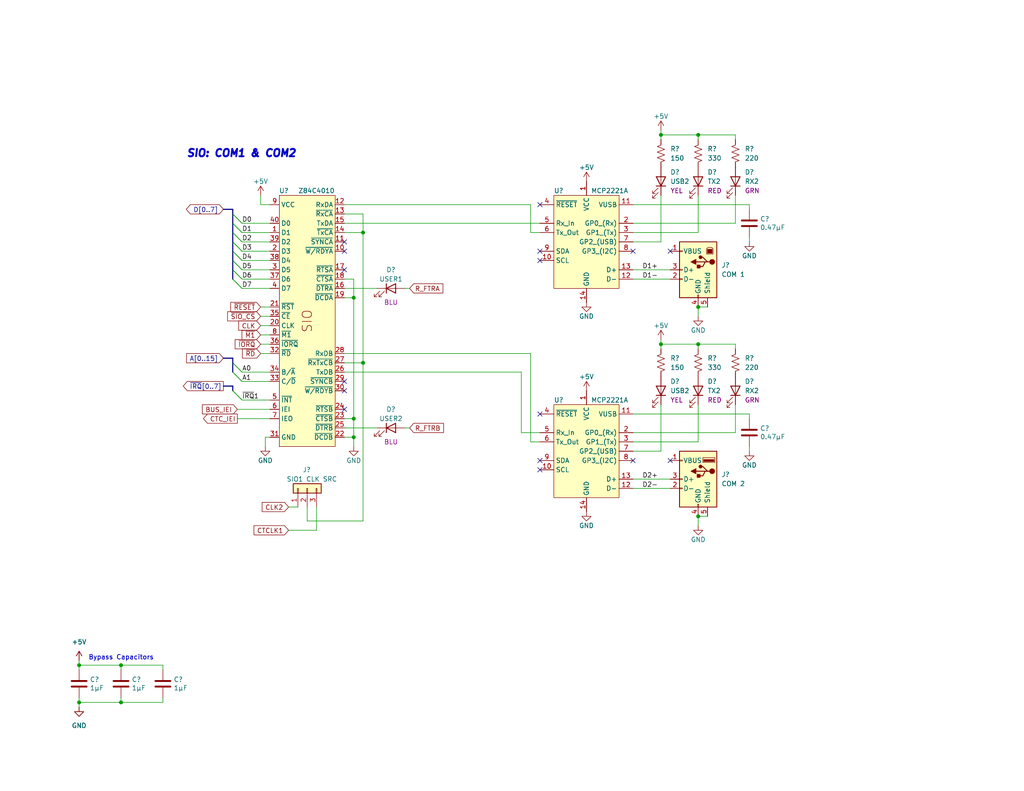
<source format=kicad_sch>
(kicad_sch (version 20230121) (generator eeschema)
  (paper "USLetter")
  (title_block (title "Main board with basic peripherals") (date "2023-08-31") (rev "2.1") (company "Frédéric Segard") (comment 1 "@microhobbyist") (comment 4 "Thank you to John Winans for his inspiration, as well as Grant Searle and Sergey Kiselev"))
  (lib_symbols
    (symbol "+5V_1" (power) (pin_names (offset 0))
      (property "Value" "+5V_1" (at 0 3.556 0))
      (symbol "+5V_1_0_1"
        (polyline (pts (xy -0.762 1.27) (xy 0 2.54)))
        (polyline (pts (xy 0 0) (xy 0 2.54)))
        (polyline (pts (xy 0 2.54) (xy 0.762 1.27)))
      )
      (symbol "+5V_1_1_1"
        (pin power_in line (at 0 0 90) (length 0) hide (name "+5V") (number "1"))
      )
    )
    (symbol "0_Library:MCP2221A"
      (property "Reference" "U" (at -10.16 1.27 0))
      (property "Value" "MCP2221A" (at 1.27 1.27 0))
      (symbol "MCP2221A_0_1"
        (rectangle (start -8.89 0) (end 8.89 -25.4) (stroke (width 0.1524)) (fill (type background)))
      )
      (symbol "MCP2221A_1_1"
        (pin power_in line (at 0 3.81 270) (length 3.81) (name "VCC") (number "1"))
        (pin bidirectional line (at -12.7 -17.78 0) (length 3.81) (name "SCL") (number "10"))
        (pin power_out line (at 12.7 -2.54 180) (length 3.81) (name "VUSB") (number "11"))
        (pin bidirectional line (at 12.7 -22.86 180) (length 3.81) (name "D-") (number "12"))
        (pin bidirectional line (at 12.7 -20.32 180) (length 3.81) (name "D+") (number "13"))
        (pin power_in line (at 0 -29.21 90) (length 3.81) (name "GND") (number "14"))
        (pin bidirectional line (at 12.7 -7.62 180) (length 3.81) (name "GP0_(Rx)") (number "2"))
        (pin bidirectional line (at 12.7 -10.16 180) (length 3.81) (name "GP1_(Tx)") (number "3"))
        (pin input line (at -12.7 -2.54 0) (length 3.81) (name "~{RESET}") (number "4"))
        (pin input line (at -12.7 -7.62 0) (length 3.81) (name "Rx_In") (number "5"))
        (pin output line (at -12.7 -10.16 0) (length 3.81) (name "Tx_Out") (number "6"))
        (pin bidirectional line (at 12.7 -12.7 180) (length 3.81) (name "GP2_(USB)") (number "7"))
        (pin bidirectional line (at 12.7 -15.24 180) (length 3.81) (name "GP3_(I2C)") (number "8"))
        (pin bidirectional line (at -12.7 -15.24 0) (length 3.81) (name "SDA") (number "9"))
      )
    )
    (symbol "0_Library:Z84C40xx SIO"
      (property "Reference" "U" (at -7.62 1.27 0))
      (property "Value" "Z84C40xx SIO" (at 1.27 1.27 0))
      (symbol "Z84C40xx SIO_0_0"
        (text "SIO" (at 0 -34.29 900) (effects (font (size 2.54 2.54))))
      )
      (symbol "Z84C40xx SIO_0_1"
        (rectangle (start -7.62 0) (end 7.62 -68.58) (stroke (width 0.1524)) (fill (type background)))
      )
      (symbol "Z84C40xx SIO_1_1"
        (pin bidirectional line (at -10.16 -10.16 0) (length 2.54) (name "D1") (number "1"))
        (pin output line (at 10.16 -15.24 180) (length 2.54) (name "~{W/RDYA}") (number "10"))
        (pin bidirectional line (at 10.16 -12.7 180) (length 2.54) (name "~{SYNCA}") (number "11"))
        (pin input line (at 10.16 -2.54 180) (length 2.54) (name "RxDA") (number "12"))
        (pin input line (at 10.16 -5.08 180) (length 2.54) (name "~{RxCA}") (number "13"))
        (pin input line (at 10.16 -10.16 180) (length 2.54) (name "~{TxCA}") (number "14"))
        (pin output line (at 10.16 -7.62 180) (length 2.54) (name "TxDA") (number "15"))
        (pin output line (at 10.16 -25.4 180) (length 2.54) (name "~{DTRA}") (number "16"))
        (pin output line (at 10.16 -20.32 180) (length 2.54) (name "~{RTSA}") (number "17"))
        (pin input line (at 10.16 -22.86 180) (length 2.54) (name "~{CTSA}") (number "18"))
        (pin input line (at 10.16 -27.94 180) (length 2.54) (name "~{DCDA}") (number "19"))
        (pin bidirectional line (at -10.16 -15.24 0) (length 2.54) (name "D3") (number "2"))
        (pin input line (at -10.16 -35.56 0) (length 2.54) (name "CLK") (number "20"))
        (pin input line (at -10.16 -30.48 0) (length 2.54) (name "~{RST}") (number "21"))
        (pin input line (at 10.16 -66.04 180) (length 2.54) (name "~{DCDB}") (number "22"))
        (pin input line (at 10.16 -60.96 180) (length 2.54) (name "~{CTSB}") (number "23"))
        (pin output line (at 10.16 -58.42 180) (length 2.54) (name "~{RTSB}") (number "24"))
        (pin output line (at 10.16 -63.5 180) (length 2.54) (name "~{DTRB}") (number "25"))
        (pin output line (at 10.16 -48.26 180) (length 2.54) (name "TxDB") (number "26"))
        (pin input line (at 10.16 -45.72 180) (length 2.54) (name "~{RxTxCB}") (number "27"))
        (pin input line (at 10.16 -43.18 180) (length 2.54) (name "RxDB") (number "28"))
        (pin bidirectional line (at 10.16 -50.8 180) (length 2.54) (name "~{SYNCB}") (number "29"))
        (pin bidirectional line (at -10.16 -20.32 0) (length 2.54) (name "D5") (number "3"))
        (pin output line (at 10.16 -53.34 180) (length 2.54) (name "~{W/RDYB}") (number "30"))
        (pin power_in line (at -10.16 -66.04 0) (length 2.54) (name "GND") (number "31"))
        (pin input line (at -10.16 -43.18 0) (length 2.54) (name "~{RD}") (number "32"))
        (pin input line (at -10.16 -50.8 0) (length 2.54) (name "C/~{D}") (number "33"))
        (pin input line (at -10.16 -48.26 0) (length 2.54) (name "B/~{A}") (number "34"))
        (pin input line (at -10.16 -33.02 0) (length 2.54) (name "~{CE}") (number "35"))
        (pin input line (at -10.16 -40.64 0) (length 2.54) (name "~{IORQ}") (number "36"))
        (pin bidirectional line (at -10.16 -22.86 0) (length 2.54) (name "D6") (number "37"))
        (pin bidirectional line (at -10.16 -17.78 0) (length 2.54) (name "D4") (number "38"))
        (pin bidirectional line (at -10.16 -12.7 0) (length 2.54) (name "D2") (number "39"))
        (pin bidirectional line (at -10.16 -25.4 0) (length 2.54) (name "D7") (number "4"))
        (pin bidirectional line (at -10.16 -7.62 0) (length 2.54) (name "D0") (number "40"))
        (pin open_collector line (at -10.16 -55.88 0) (length 2.54) (name "~{INT}") (number "5"))
        (pin input line (at -10.16 -58.42 0) (length 2.54) (name "IEI") (number "6"))
        (pin output line (at -10.16 -60.96 0) (length 2.54) (name "IEO") (number "7"))
        (pin input line (at -10.16 -38.1 0) (length 2.54) (name "~{M1}") (number "8"))
        (pin power_in line (at -10.16 -2.54 0) (length 2.54) (name "VCC") (number "9"))
      )
    )
    (symbol "Connector:USB_A" (pin_names (offset 1.016))
      (property "Reference" "J" (at -5.08 11.43 0))
      (property "Value" "USB_A" (at -5.08 8.89 0))
      (symbol "USB_A_0_1"
        (rectangle (start -5.08 -7.62) (end 5.08 7.62) (stroke (width 0.254)) (fill (type background)))
        (circle (center -3.81 2.159) (radius 0.635) (stroke (width 0.254)) (fill (type outline)))
        (rectangle (start -1.524 4.826) (end -4.318 5.334) (fill (type outline)))
        (rectangle (start -1.27 4.572) (end -4.572 5.842))
        (circle (center -0.635 3.429) (radius 0.381) (stroke (width 0.254)) (fill (type outline)))
        (rectangle (start -0.127 -7.62) (end 0.127 -6.858))
        (polyline (pts (xy -3.175 2.159) (xy -2.54 2.159) (xy -1.27 3.429) (xy -0.635 3.429)) (stroke (width 0.254)))
        (polyline (pts (xy -2.54 2.159) (xy -1.905 2.159) (xy -1.27 0.889) (xy 0 0.889)) (stroke (width 0.254)))
        (polyline (pts (xy 0.635 2.794) (xy 0.635 1.524) (xy 1.905 2.159) (xy 0.635 2.794)) (stroke (width 0.254)) (fill (type outline)))
        (rectangle (start 0.254 1.27) (end -0.508 0.508) (stroke (width 0.254)) (fill (type outline)))
        (rectangle (start 5.08 -2.667) (end 4.318 -2.413))
        (rectangle (start 5.08 -0.127) (end 4.318 0.127))
        (rectangle (start 5.08 4.953) (end 4.318 5.207))
      )
      (symbol "USB_A_1_1"
        (polyline (pts (xy -1.905 2.159) (xy 0.635 2.159)) (stroke (width 0.254)))
        (pin power_in line (at 7.62 5.08 180) (length 2.54) (name "VBUS") (number "1"))
        (pin bidirectional line (at 7.62 -2.54 180) (length 2.54) (name "D-") (number "2"))
        (pin bidirectional line (at 7.62 0 180) (length 2.54) (name "D+") (number "3"))
        (pin power_in line (at 0 -10.16 90) (length 2.54) (name "GND") (number "4"))
        (pin passive line (at -2.54 -10.16 90) (length 2.54) (name "Shield") (number "5"))
      )
    )
    (symbol "Connector:USB_B" (pin_names (offset 1.016))
      (property "Reference" "J" (at -5.08 11.43 0))
      (property "Value" "USB_B" (at -5.08 8.89 0))
      (symbol "USB_B_0_1"
        (rectangle (start -5.08 -7.62) (end 5.08 7.62) (stroke (width 0.254)) (fill (type background)))
        (circle (center -3.81 2.159) (radius 0.635) (stroke (width 0.254)) (fill (type outline)))
        (rectangle (start -3.81 5.588) (end -2.54 4.572) (fill (type outline)))
        (circle (center -0.635 3.429) (radius 0.381) (stroke (width 0.254)) (fill (type outline)))
        (rectangle (start -0.127 -7.62) (end 0.127 -6.858))
        (polyline (pts (xy -1.905 2.159) (xy 0.635 2.159)) (stroke (width 0.254)))
        (polyline (pts (xy -3.175 2.159) (xy -2.54 2.159) (xy -1.27 3.429) (xy -0.635 3.429)) (stroke (width 0.254)))
        (polyline (pts (xy -2.54 2.159) (xy -1.905 2.159) (xy -1.27 0.889) (xy 0 0.889)) (stroke (width 0.254)))
        (polyline (pts (xy 0.635 2.794) (xy 0.635 1.524) (xy 1.905 2.159) (xy 0.635 2.794)) (stroke (width 0.254)) (fill (type outline)))
        (polyline (pts (xy -4.064 4.318) (xy -2.286 4.318) (xy -2.286 5.715) (xy -2.667 6.096) (xy -3.683 6.096) (xy -4.064 5.715) (xy -4.064 4.318)))
        (rectangle (start 0.254 1.27) (end -0.508 0.508) (stroke (width 0.254)) (fill (type outline)))
        (rectangle (start 5.08 -2.667) (end 4.318 -2.413))
        (rectangle (start 5.08 -0.127) (end 4.318 0.127))
        (rectangle (start 5.08 4.953) (end 4.318 5.207))
      )
      (symbol "USB_B_1_1"
        (pin power_out line (at 7.62 5.08 180) (length 2.54) (name "VBUS") (number "1"))
        (pin bidirectional line (at 7.62 -2.54 180) (length 2.54) (name "D-") (number "2"))
        (pin bidirectional line (at 7.62 0 180) (length 2.54) (name "D+") (number "3"))
        (pin power_out line (at 0 -10.16 90) (length 2.54) (name "GND") (number "4"))
        (pin passive line (at -2.54 -10.16 90) (length 2.54) (name "Shield") (number "5"))
      )
    )
    (symbol "Connector_Generic:Conn_01x03" (pin_names (offset 1.016) hide)
      (property "Reference" "J" (at 0 5.08 0))
      (property "Value" "Conn_01x03" (at 0 -5.08 0))
      (symbol "Conn_01x03_1_1"
        (rectangle (start -1.27 -2.413) (end 0 -2.667) (stroke (width 0.1524)))
        (rectangle (start -1.27 0.127) (end 0 -0.127) (stroke (width 0.1524)))
        (rectangle (start -1.27 2.667) (end 0 2.413) (stroke (width 0.1524)))
        (rectangle (start -1.27 3.81) (end 1.27 -3.81) (stroke (width 0.254)) (fill (type background)))
        (pin passive line (at -5.08 2.54 0) (length 3.81) (name "Pin_1") (number "1"))
        (pin passive line (at -5.08 0 0) (length 3.81) (name "Pin_2") (number "2"))
        (pin passive line (at -5.08 -2.54 0) (length 3.81) (name "Pin_3") (number "3"))
      )
    )
    (symbol "Device:C" (pin_numbers hide) (pin_names (offset 0.254))
      (property "Reference" "C" (at 0.635 2.54 0))
      (property "Value" "C" (at 0.635 -2.54 0))
      (symbol "C_0_1"
        (polyline (pts (xy -2.032 -0.762) (xy 2.032 -0.762)) (stroke (width 0.508)))
        (polyline (pts (xy -2.032 0.762) (xy 2.032 0.762)) (stroke (width 0.508)))
      )
      (symbol "C_1_1"
        (pin passive line (at 0 3.81 270) (length 2.794) (name "~") (number "1"))
        (pin passive line (at 0 -3.81 90) (length 2.794) (name "~") (number "2"))
      )
    )
    (symbol "Device:LED" (pin_numbers hide) (pin_names (offset 1.016) hide)
      (property "Reference" "D" (at 0 2.54 0))
      (property "Value" "LED" (at 0 -2.54 0))
      (symbol "LED_0_1"
        (polyline (pts (xy -1.27 -1.27) (xy -1.27 1.27)) (stroke (width 0.254)))
        (polyline (pts (xy -1.27 0) (xy 1.27 0)))
        (polyline (pts (xy 1.27 -1.27) (xy 1.27 1.27) (xy -1.27 0) (xy 1.27 -1.27)) (stroke (width 0.254)))
        (polyline (pts (xy -3.048 -0.762) (xy -4.572 -2.286) (xy -3.81 -2.286) (xy -4.572 -2.286) (xy -4.572 -1.524)))
        (polyline (pts (xy -1.778 -0.762) (xy -3.302 -2.286) (xy -2.54 -2.286) (xy -3.302 -2.286) (xy -3.302 -1.524)))
      )
      (symbol "LED_1_1"
        (pin passive line (at -3.81 0 0) (length 2.54) (name "K") (number "1"))
        (pin passive line (at 3.81 0 180) (length 2.54) (name "A") (number "2"))
      )
    )
    (symbol "Device:R_US" (pin_numbers hide) (pin_names (offset 0))
      (property "Reference" "R" (at 2.54 0 90))
      (property "Value" "R_US" (at -2.54 0 90))
      (symbol "R_US_0_1"
        (polyline (pts (xy 0 -2.286) (xy 0 -2.54)))
        (polyline (pts (xy 0 2.286) (xy 0 2.54)))
        (polyline (pts (xy 0 -0.762) (xy 1.016 -1.143) (xy 0 -1.524) (xy -1.016 -1.905) (xy 0 -2.286)))
        (polyline (pts (xy 0 0.762) (xy 1.016 0.381) (xy 0 0) (xy -1.016 -0.381) (xy 0 -0.762)))
        (polyline (pts (xy 0 2.286) (xy 1.016 1.905) (xy 0 1.524) (xy -1.016 1.143) (xy 0 0.762)))
      )
      (symbol "R_US_1_1"
        (pin passive line (at 0 3.81 270) (length 1.27) (name "~") (number "1"))
        (pin passive line (at 0 -3.81 90) (length 1.27) (name "~") (number "2"))
      )
    )
    (symbol "GND_1" (power) (pin_names (offset 0))
      (property "Value" "GND_1" (at 0 -3.81 0))
      (symbol "GND_1_0_1"
        (polyline (pts (xy 0 0) (xy 0 -1.27) (xy 1.27 -1.27) (xy 0 -2.54) (xy -1.27 -1.27) (xy 0 -1.27)))
      )
      (symbol "GND_1_1_1"
        (pin power_in line (at 0 0 270) (length 0) hide (name "GND") (number "1"))
      )
    )
  )
  (junction (at 180.34 36.83))
  (junction (at 96.52 114.3))
  (junction (at 21.59 191.77))
  (junction (at 99.06 99.06))
  (junction (at 190.5 140.97))
  (junction (at 21.59 181.61))
  (junction (at 190.5 93.98))
  (junction (at 190.5 83.82))
  (junction (at 180.34 93.98))
  (junction (at 190.5 36.83))
  (junction (at 96.52 81.28))
  (junction (at 33.02 191.77))
  (junction (at 99.06 63.5))
  (junction (at 96.52 119.38))
  (junction (at 33.02 181.61))
  (no_connect (at 147.32 68.58))
  (no_connect (at 147.32 125.73))
  (no_connect (at 93.98 111.76))
  (no_connect (at 93.98 66.04))
  (no_connect (at 93.98 73.66))
  (no_connect (at 172.72 125.73))
  (no_connect (at 93.98 106.68))
  (no_connect (at 93.98 104.14))
  (no_connect (at 172.72 68.58))
  (no_connect (at 147.32 128.27))
  (no_connect (at 147.32 71.12))
  (no_connect (at 182.88 125.73))
  (no_connect (at 147.32 113.03))
  (no_connect (at 182.88 68.58))
  (no_connect (at 93.98 68.58))
  (no_connect (at 147.32 55.88))
  (bus_entry (at 63.5 76.2) (size 2.54 2.54))
  (bus_entry (at 63.5 76.2) (size 2.54 2.54))
  (bus_entry (at 63.5 68.58) (size 2.54 2.54))
  (bus_entry (at 63.5 68.58) (size 2.54 2.54))
  (bus_entry (at 63.5 63.5) (size 2.54 2.54))
  (bus_entry (at 63.5 63.5) (size 2.54 2.54))
  (bus_entry (at 63.5 66.04) (size 2.54 2.54))
  (bus_entry (at 63.5 66.04) (size 2.54 2.54))
  (bus_entry (at 63.5 58.42) (size 2.54 2.54))
  (bus_entry (at 63.5 58.42) (size 2.54 2.54))
  (bus_entry (at 63.5 73.66) (size 2.54 2.54))
  (bus_entry (at 63.5 73.66) (size 2.54 2.54))
  (bus_entry (at 63.5 106.68) (size 2.54 2.54))
  (bus_entry (at 63.5 106.68) (size 2.54 2.54))
  (bus_entry (at 63.5 99.06) (size 2.54 2.54))
  (bus_entry (at 63.5 99.06) (size 2.54 2.54))
  (bus_entry (at 63.5 101.6) (size 2.54 2.54))
  (bus_entry (at 63.5 101.6) (size 2.54 2.54))
  (bus_entry (at 63.5 60.96) (size 2.54 2.54))
  (bus_entry (at 63.5 60.96) (size 2.54 2.54))
  (bus_entry (at 63.5 71.12) (size 2.54 2.54))
  (bus_entry (at 63.5 71.12) (size 2.54 2.54))
  (wire (pts (xy 204.47 57.15) (xy 204.47 55.88)))
  (wire (pts (xy 200.66 95.25) (xy 200.66 93.98)))
  (wire (pts (xy 204.47 114.3) (xy 204.47 113.03)))
  (wire (pts (xy 66.04 104.14) (xy 73.66 104.14)))
  (wire (pts (xy 71.12 86.36) (xy 73.66 86.36)))
  (wire (pts (xy 83.82 142.24) (xy 99.06 142.24)))
  (wire (pts (xy 64.77 114.3) (xy 73.66 114.3)))
  (wire (pts (xy 172.72 123.19) (xy 180.34 123.19)))
  (wire (pts (xy 96.52 76.2) (xy 96.52 81.28)))
  (wire (pts (xy 99.06 58.42) (xy 99.06 63.5)))
  (wire (pts (xy 93.98 76.2) (xy 96.52 76.2)))
  (wire (pts (xy 66.04 71.12) (xy 73.66 71.12)))
  (wire (pts (xy 200.66 60.96) (xy 172.72 60.96)))
  (wire (pts (xy 21.59 181.61) (xy 21.59 182.88)))
  (wire (pts (xy 200.66 93.98) (xy 190.5 93.98)))
  (wire (pts (xy 147.32 120.65) (xy 144.78 120.65)))
  (wire (pts (xy 190.5 83.82) (xy 190.5 86.36)))
  (wire (pts (xy 44.45 182.88) (xy 44.45 181.61)))
  (wire (pts (xy 78.74 144.78) (xy 86.36 144.78)))
  (wire (pts (xy 33.02 190.5) (xy 33.02 191.77)))
  (wire (pts (xy 93.98 114.3) (xy 96.52 114.3)))
  (wire (pts (xy 99.06 142.24) (xy 99.06 99.06)))
  (wire (pts (xy 200.66 118.11) (xy 172.72 118.11)))
  (wire (pts (xy 72.39 119.38) (xy 72.39 121.92)))
  (wire (pts (xy 204.47 113.03) (xy 172.72 113.03)))
  (wire (pts (xy 200.66 38.1) (xy 200.66 36.83)))
  (wire (pts (xy 44.45 190.5) (xy 44.45 191.77)))
  (wire (pts (xy 190.5 93.98) (xy 180.34 93.98)))
  (bus (pts (xy 63.5 106.68) (xy 63.5 105.41)))
  (wire (pts (xy 66.04 109.22) (xy 73.66 109.22)))
  (wire (pts (xy 66.04 63.5) (xy 73.66 63.5)))
  (bus (pts (xy 63.5 101.6) (xy 63.5 99.06)))
  (wire (pts (xy 204.47 66.04) (xy 204.47 64.77)))
  (wire (pts (xy 96.52 119.38) (xy 96.52 121.92)))
  (bus (pts (xy 60.96 97.79) (xy 63.5 97.79)))
  (wire (pts (xy 180.34 110.49) (xy 180.34 123.19)))
  (wire (pts (xy 204.47 55.88) (xy 172.72 55.88)))
  (wire (pts (xy 190.5 36.83) (xy 180.34 36.83)))
  (bus (pts (xy 63.5 73.66) (xy 63.5 71.12)))
  (wire (pts (xy 93.98 119.38) (xy 96.52 119.38)))
  (wire (pts (xy 111.76 116.84) (xy 110.49 116.84)))
  (wire (pts (xy 99.06 99.06) (xy 99.06 63.5)))
  (wire (pts (xy 66.04 78.74) (xy 73.66 78.74)))
  (wire (pts (xy 71.12 96.52) (xy 73.66 96.52)))
  (bus (pts (xy 60.96 105.41) (xy 63.5 105.41)))
  (wire (pts (xy 66.04 66.04) (xy 73.66 66.04)))
  (wire (pts (xy 180.34 93.98) (xy 180.34 92.71)))
  (bus (pts (xy 63.5 68.58) (xy 63.5 66.04)))
  (wire (pts (xy 93.98 60.96) (xy 147.32 60.96)))
  (wire (pts (xy 190.5 120.65) (xy 172.72 120.65)))
  (wire (pts (xy 66.04 68.58) (xy 73.66 68.58)))
  (wire (pts (xy 78.74 138.43) (xy 81.28 138.43)))
  (wire (pts (xy 190.5 83.82) (xy 193.04 83.82)))
  (bus (pts (xy 63.5 66.04) (xy 63.5 63.5)))
  (wire (pts (xy 44.45 181.61) (xy 33.02 181.61)))
  (wire (pts (xy 93.98 81.28) (xy 96.52 81.28)))
  (wire (pts (xy 172.72 133.35) (xy 182.88 133.35)))
  (wire (pts (xy 33.02 181.61) (xy 21.59 181.61)))
  (bus (pts (xy 63.5 58.42) (xy 63.5 57.15)))
  (wire (pts (xy 190.5 140.97) (xy 193.04 140.97)))
  (wire (pts (xy 93.98 99.06) (xy 99.06 99.06)))
  (wire (pts (xy 190.5 63.5) (xy 172.72 63.5)))
  (wire (pts (xy 172.72 73.66) (xy 182.88 73.66)))
  (wire (pts (xy 93.98 58.42) (xy 99.06 58.42)))
  (wire (pts (xy 33.02 182.88) (xy 33.02 181.61)))
  (wire (pts (xy 172.72 76.2) (xy 182.88 76.2)))
  (wire (pts (xy 172.72 130.81) (xy 182.88 130.81)))
  (bus (pts (xy 60.96 57.15) (xy 63.5 57.15)))
  (wire (pts (xy 66.04 60.96) (xy 73.66 60.96)))
  (wire (pts (xy 21.59 191.77) (xy 33.02 191.77)))
  (wire (pts (xy 200.66 36.83) (xy 190.5 36.83)))
  (wire (pts (xy 93.98 63.5) (xy 99.06 63.5)))
  (bus (pts (xy 63.5 76.2) (xy 63.5 73.66)))
  (wire (pts (xy 66.04 73.66) (xy 73.66 73.66)))
  (wire (pts (xy 180.34 53.34) (xy 180.34 66.04)))
  (wire (pts (xy 71.12 91.44) (xy 73.66 91.44)))
  (wire (pts (xy 93.98 78.74) (xy 102.87 78.74)))
  (wire (pts (xy 21.59 190.5) (xy 21.59 191.77)))
  (bus (pts (xy 63.5 63.5) (xy 63.5 60.96)))
  (wire (pts (xy 71.12 93.98) (xy 73.66 93.98)))
  (wire (pts (xy 190.5 110.49) (xy 190.5 120.65)))
  (wire (pts (xy 190.5 53.34) (xy 190.5 63.5)))
  (wire (pts (xy 93.98 55.88) (xy 144.78 55.88)))
  (wire (pts (xy 71.12 88.9) (xy 73.66 88.9)))
  (wire (pts (xy 83.82 142.24) (xy 83.82 138.43)))
  (wire (pts (xy 172.72 66.04) (xy 180.34 66.04)))
  (wire (pts (xy 86.36 144.78) (xy 86.36 138.43)))
  (wire (pts (xy 142.24 101.6) (xy 93.98 101.6)))
  (wire (pts (xy 111.76 78.74) (xy 110.49 78.74)))
  (wire (pts (xy 93.98 116.84) (xy 102.87 116.84)))
  (wire (pts (xy 73.66 119.38) (xy 72.39 119.38)))
  (wire (pts (xy 71.12 53.34) (xy 71.12 55.88)))
  (wire (pts (xy 21.59 180.34) (xy 21.59 181.61)))
  (wire (pts (xy 64.77 111.76) (xy 73.66 111.76)))
  (bus (pts (xy 63.5 99.06) (xy 63.5 97.79)))
  (bus (pts (xy 63.5 71.12) (xy 63.5 68.58)))
  (wire (pts (xy 200.66 53.34) (xy 200.66 60.96)))
  (bus (pts (xy 63.5 60.96) (xy 63.5 58.42)))
  (wire (pts (xy 144.78 55.88) (xy 144.78 63.5)))
  (wire (pts (xy 142.24 118.11) (xy 147.32 118.11)))
  (wire (pts (xy 66.04 76.2) (xy 73.66 76.2)))
  (wire (pts (xy 93.98 96.52) (xy 144.78 96.52)))
  (wire (pts (xy 200.66 110.49) (xy 200.66 118.11)))
  (wire (pts (xy 96.52 114.3) (xy 96.52 119.38)))
  (wire (pts (xy 180.34 95.25) (xy 180.34 93.98)))
  (wire (pts (xy 190.5 95.25) (xy 190.5 93.98)))
  (wire (pts (xy 73.66 55.88) (xy 71.12 55.88)))
  (wire (pts (xy 33.02 191.77) (xy 44.45 191.77)))
  (wire (pts (xy 180.34 36.83) (xy 180.34 35.56)))
  (wire (pts (xy 190.5 140.97) (xy 190.5 143.51)))
  (wire (pts (xy 144.78 96.52) (xy 144.78 120.65)))
  (wire (pts (xy 96.52 81.28) (xy 96.52 114.3)))
  (wire (pts (xy 180.34 38.1) (xy 180.34 36.83)))
  (wire (pts (xy 66.04 101.6) (xy 73.66 101.6)))
  (wire (pts (xy 190.5 38.1) (xy 190.5 36.83)))
  (wire (pts (xy 71.12 83.82) (xy 73.66 83.82)))
  (wire (pts (xy 21.59 191.77) (xy 21.59 193.04)))
  (wire (pts (xy 147.32 63.5) (xy 144.78 63.5)))
  (wire (pts (xy 142.24 118.11) (xy 142.24 101.6)))
  (wire (pts (xy 204.47 123.19) (xy 204.47 121.92)))
  (text "SIO: COM1 & COM2" (at 50.8 43.18 0) (effects (font (size 2 2) (thickness 0.508) bold italic) (justify left bottom)))
  (text "Bypass Capacitors" (at 24.13 180.34 0) (effects (font (size 1.27 1.27)) (justify left bottom)))
  (text "Bypass Capacitors" (at 24.13 180.34 0) (effects (font (size 1.27 1.27)) (justify left bottom)))
  (label "~{IRQ}1" (at 66.04 109.22 0))
  (label "D5" (at 66.04 73.66 0))
  (label "A1" (at 66.04 104.14 0))
  (label "D2+" (at 175.26 130.81 0))
  (label "D1" (at 66.04 63.5 0))
  (label "A0" (at 66.04 101.6 0))
  (label "D1-" (at 175.26 76.2 0))
  (label "D2-" (at 175.26 133.35 0))
  (label "D6" (at 66.04 76.2 0))
  (label "D0" (at 66.04 60.96 0))
  (label "D3" (at 66.04 68.58 0))
  (label "D1+" (at 175.26 73.66 0))
  (label "D4" (at 66.04 71.12 0))
  (label "D7" (at 66.04 78.74 0))
  (label "D2" (at 66.04 66.04 0))
  (global_label "D[0..7]" (shape bidirectional) (at 60.96 57.15 180) (property "Intersheetrefs" "${INTERSHEET_REFS}" (effects hide)))
  (global_label "~{M1}" (shape input) (at 71.12 91.44 180) (property "Intersheetrefs" "${INTERSHEET_REFS}" (effects hide)))
  (global_label "CTCLK1" (shape input) (at 78.74 144.78 180) (property "Intersheetrefs" "${INTERSHEET_REFS}" (effects hide)))
  (global_label "CLK" (shape input) (at 71.12 88.9 180) (property "Intersheetrefs" "${INTERSHEET_REFS}" (effects hide)))
  (global_label "CTC_IEI" (shape output) (at 64.77 114.3 180) (property "Intersheetrefs" "${INTERSHEET_REFS}" (effects hide)))
  (global_label "R_FTRA" (shape input) (at 111.76 78.74 0) (property "Intersheetrefs" "${INTERSHEET_REFS}" (effects hide)))
  (global_label "CLK2" (shape input) (at 78.74 138.43 180) (property "Intersheetrefs" "${INTERSHEET_REFS}" (effects hide)))
  (global_label "~{SIO_CS}" (shape input) (at 71.12 86.36 180) (property "Intersheetrefs" "${INTERSHEET_REFS}" (effects hide)))
  (global_label "R_FTRB" (shape input) (at 111.76 116.84 0) (property "Intersheetrefs" "${INTERSHEET_REFS}" (effects hide)))
  (global_label "~{IORQ}" (shape input) (at 71.12 93.98 180) (property "Intersheetrefs" "${INTERSHEET_REFS}" (effects hide)))
  (global_label "~{IRQ}[0..7]" (shape output) (at 60.96 105.41 180) (property "Intersheetrefs" "${INTERSHEET_REFS}" (effects hide)))
  (global_label "~{RD}" (shape input) (at 71.12 96.52 180) (property "Intersheetrefs" "${INTERSHEET_REFS}" (effects hide)))
  (global_label "BUS_IEI" (shape input) (at 64.77 111.76 180) (property "Intersheetrefs" "${INTERSHEET_REFS}" (effects hide)))
  (global_label "~{RESET}" (shape input) (at 71.12 83.82 180) (property "Intersheetrefs" "${INTERSHEET_REFS}" (effects hide)))
  (global_label "A[0..15]" (shape input) (at 60.96 97.79 180) (property "Intersheetrefs" "${INTERSHEET_REFS}" (effects hide)))
  (symbol (lib_id "Device:C") (at 21.59 186.69 0) (unit 1)
    (property "Reference" "C?" (at 24.511 185.5216 0) (effects (justify left)))
    (property "Value" "1µF" (at 24.511 187.833 0) (effects (justify left)))
    (property "Footprint" "Capacitor_THT:C_Disc_D3.4mm_W2.1mm_P2.50mm" (effects hide))
    (instances (project "1 - Main CPU board with basic peripherals (rev5)" (path "" (reference "C?") (unit 1))) (project "2 - CPU and memory card with the essential peripherals" (path "" (reference "C?") (unit 1))) (project "3 - Quad Serial card v3" (path "" (reference "C?") (unit 1)) (path "" (reference "C?") (unit 1))) (project "2 - CPU and core components (Rev 2.1)" (path "" (reference "C21") (unit 1))))
  )
  (symbol (lib_id "Device:LED") (at 180.34 49.53 270) (mirror x) (unit 1)
    (property "Reference" "D?" (at 182.88 46.99 90) (effects (justify left)))
    (property "Value" "USB2" (at 182.88 49.53 90) (effects (justify left)))
    (property "Footprint" "LED_THT:LED_D3.0mm_Horizontal_O1.27mm_Z2.0mm_Clear" (effects hide))
    (property "Color" "YEL" (at 182.88 52.07 90) (effects (justify left)))
    (instances (project "1 - Main CPU board with basic peripherals (rev5)" (path "" (reference "D?") (unit 1))) (project "1 - Main CPU card with CTC, SIO and PIO" (path "" (reference "D?") (unit 1)) (path "" (reference "D?") (unit 1))) (project "0 - Card edge backplane v2" (path "" (reference "D?") (unit 1))) (project "2 - CPU and core components (Rev 2.1)" (path "" (reference "D3") (unit 1))))
  )
  (symbol (lib_name "GND_1") (lib_id "power:GND") (at 204.47 66.04 0) (unit 1)
    (property "Reference" "#PWR?" (effects hide))
    (property "Value" "GND" (at 204.47 69.85 0))
    (instances (project "1 - Main CPU board with basic peripherals (rev5)" (path "" (reference "#PWR?") (unit 1))) (project "2 - CPU and memory card with the essential peripherals" (path "" (reference "#PWR?") (unit 1))) (project "3 - Quad Serial card v3" (path "" (reference "#PWR?") (unit 1)) (path "" (reference "#PWR?") (unit 1)) (path "" (reference "#PWR?") (unit 1))) (project "2 - CPU and core components (Rev 2.1)" (path "" (reference "#PWR088") (unit 1))))
  )
  (symbol (lib_name "+5V_1") (lib_id "power:+5V") (at 21.59 180.34 0) (unit 1)
    (property "Reference" "#PWR?" (effects hide))
    (property "Value" "+5V" (at 21.59 175.26 0))
    (instances (project "1 - Main CPU board with basic peripherals (rev5)" (path "" (reference "#PWR?") (unit 1))) (project "2 - CPU and memory card with the essential peripherals" (path "" (reference "#PWR?") (unit 1))) (project "3 - Quad Serial card v3" (path "" (reference "#PWR?") (unit 1)) (path "" (reference "#PWR?") (unit 1))) (project "2 - CPU and core components (Rev 2.1)" (path "" (reference "#PWR073") (unit 1))))
  )
  (symbol (lib_id "0_Library:MCP2221A") (at 160.02 53.34 0) (unit 1)
    (property "Reference" "U?" (at 151.13 52.07 0) (effects (justify left)))
    (property "Value" "MCP2221A" (at 161.29 52.07 0) (effects (justify left)))
    (property "Footprint" "Package_DIP:DIP-14_W7.62mm_Socket" (effects hide))
    (property "Datasheet" "https://ww1.microchip.com/downloads/aemDocuments/documents/APID/ProductDocuments/DataSheets/MCP2221A-Data-Sheet-20005565E.pdf" (effects hide))
    (instances (project "1 - Main CPU board with basic peripherals (rev5)" (path "" (reference "U?") (unit 1))) (project "2 - CPU and core components (Rev 2.1)" (path "" (reference "U20") (unit 1))))
  )
  (symbol (lib_id "Device:LED") (at 180.34 106.68 270) (mirror x) (unit 1)
    (property "Reference" "D?" (at 182.88 104.14 90) (effects (justify left)))
    (property "Value" "USB2" (at 182.88 106.68 90) (effects (justify left)))
    (property "Footprint" "LED_THT:LED_D3.0mm_Horizontal_O1.27mm_Z2.0mm_Clear" (effects hide))
    (property "Color" "YEL" (at 182.88 109.22 90) (effects (justify left)))
    (instances (project "1 - Main CPU board with basic peripherals (rev5)" (path "" (reference "D?") (unit 1))) (project "1 - Main CPU card with CTC, SIO and PIO" (path "" (reference "D?") (unit 1)) (path "" (reference "D?") (unit 1))) (project "0 - Card edge backplane v2" (path "" (reference "D?") (unit 1))) (project "2 - CPU and core components (Rev 2.1)" (path "" (reference "D4") (unit 1))))
  )
  (symbol (lib_name "GND_1") (lib_id "power:GND") (at 190.5 86.36 0) (mirror y) (unit 1)
    (property "Reference" "#PWR?" (effects hide))
    (property "Value" "GND" (at 190.5 90.17 0))
    (instances (project "1 - Main CPU board with basic peripherals (rev5)" (path "" (reference "#PWR?") (unit 1))) (project "2 - CPU and memory card with the essential peripherals" (path "" (reference "#PWR?") (unit 1))) (project "3 - Quad Serial card v3" (path "" (reference "#PWR?") (unit 1)) (path "" (reference "#PWR?") (unit 1)) (path "" (reference "#PWR?") (unit 1))) (project "2 - CPU and core components (Rev 2.1)" (path "" (reference "#PWR086") (unit 1))))
  )
  (symbol (lib_id "0_Library:MCP2221A") (at 160.02 110.49 0) (unit 1)
    (property "Reference" "U?" (at 151.13 109.22 0) (effects (justify left)))
    (property "Value" "MCP2221A" (at 161.29 109.22 0) (effects (justify left)))
    (property "Footprint" "Package_DIP:DIP-14_W7.62mm_Socket" (effects hide))
    (property "Datasheet" "https://ww1.microchip.com/downloads/aemDocuments/documents/APID/ProductDocuments/DataSheets/MCP2221A-Data-Sheet-20005565E.pdf" (effects hide))
    (instances (project "1 - Main CPU board with basic peripherals (rev5)" (path "" (reference "U?") (unit 1))) (project "2 - CPU and core components (Rev 2.1)" (path "" (reference "U21") (unit 1))))
  )
  (symbol (lib_name "GND_1") (lib_id "power:GND") (at 160.02 82.55 0) (unit 1)
    (property "Reference" "#PWR?" (effects hide))
    (property "Value" "GND" (at 160.02 86.36 0))
    (instances (project "1 - Main CPU board with basic peripherals (rev5)" (path "" (reference "#PWR?") (unit 1))) (project "2 - CPU and memory card with the essential peripherals" (path "" (reference "#PWR?") (unit 1))) (project "3 - Quad Serial card v3" (path "" (reference "#PWR?") (unit 1)) (path "" (reference "#PWR?") (unit 1)) (path "" (reference "#PWR?") (unit 1))) (project "2 - CPU and core components (Rev 2.1)" (path "" (reference "#PWR081") (unit 1))))
  )
  (symbol (lib_id "Connector_Generic:Conn_01x03") (at 83.82 133.35 90) (unit 1)
    (property "Reference" "J?" (at 82.55 128.27 90) (effects (justify right)))
    (property "Value" "SIO1 CLK SRC" (at 85.09 130.81 90))
    (property "Footprint" "Connector_PinHeader_2.54mm:PinHeader_1x03_P2.54mm_Vertical" (effects hide))
    (instances (project "1 - Main CPU board with basic peripherals (rev5)" (path "" (reference "J?") (unit 1))) (project "2 - CPU and core components (Rev 2.1)" (path "" (reference "J3") (unit 1))))
  )
  (symbol (lib_id "Connector:USB_B") (at 190.5 73.66 0) (mirror y) (unit 1)
    (property "Reference" "J?" (at 196.85 72.39 0) (effects (justify right)))
    (property "Value" "COM 1" (at 196.85 74.93 0) (effects (justify right)))
    (property "Footprint" "Connector_USB:USB_B_Lumberg_2411_02_Horizontal" (effects hide))
    (property "Datasheet" " ~" (effects hide))
    (instances (project "1 - Main CPU board with basic peripherals (rev5)" (path "" (reference "J?") (unit 1))) (project "2 - CPU and core components (Rev 2.1)" (path "" (reference "J4") (unit 1))))
  )
  (symbol (lib_id "Device:C") (at 33.02 186.69 0) (unit 1)
    (property "Reference" "C?" (at 35.941 185.5216 0) (effects (justify left)))
    (property "Value" "1µF" (at 35.941 187.833 0) (effects (justify left)))
    (property "Footprint" "Capacitor_THT:C_Disc_D3.4mm_W2.1mm_P2.50mm" (effects hide))
    (instances (project "1 - Main CPU board with basic peripherals (rev5)" (path "" (reference "C?") (unit 1))) (project "2 - CPU and memory card with the essential peripherals" (path "" (reference "C?") (unit 1))) (project "3 - Quad Serial card v3" (path "" (reference "C?") (unit 1)) (path "" (reference "C?") (unit 1))) (project "2 - CPU and core components (Rev 2.1)" (path "" (reference "C22") (unit 1))))
  )
  (symbol (lib_id "Device:R_US") (at 200.66 41.91 0) (mirror x) (unit 1)
    (property "Reference" "R?" (at 203.2 40.64 0) (effects (justify left)))
    (property "Value" "220" (at 203.2 43.18 0) (effects (justify left)))
    (property "Footprint" "Resistor_THT:R_Axial_DIN0207_L6.3mm_D2.5mm_P10.16mm_Horizontal" (effects hide))
    (instances (project "1 - Main CPU board with basic peripherals (rev5)" (path "" (reference "R?") (unit 1))) (project "1 - Main CPU card with CTC, SIO and PIO" (path "" (reference "R?") (unit 1)) (path "" (reference "R?") (unit 1))) (project "0 - Card edge backplane v2" (path "" (reference "R?") (unit 1))) (project "2 - CPU and core components (Rev 2.1)" (path "" (reference "R5") (unit 1))))
  )
  (symbol (lib_id "Device:LED") (at 190.5 106.68 270) (mirror x) (unit 1)
    (property "Reference" "D?" (at 193.04 104.14 90) (effects (justify left)))
    (property "Value" "TX2" (at 193.04 106.68 90) (effects (justify left)))
    (property "Footprint" "LED_THT:LED_D3.0mm_Horizontal_O1.27mm_Z2.0mm_Clear" (effects hide))
    (property "Color" "RED" (at 193.04 109.22 90) (effects (justify left)))
    (instances (project "1 - Main CPU board with basic peripherals (rev5)" (path "" (reference "D?") (unit 1))) (project "1 - Main CPU card with CTC, SIO and PIO" (path "" (reference "D?") (unit 1)) (path "" (reference "D?") (unit 1))) (project "0 - Card edge backplane v2" (path "" (reference "D?") (unit 1))) (project "2 - CPU and core components (Rev 2.1)" (path "" (reference "D6") (unit 1))))
  )
  (symbol (lib_name "+5V_1") (lib_id "power:+5V") (at 21.59 180.34 0) (unit 1)
    (property "Reference" "#PWR?" (effects hide))
    (property "Value" "+5V" (at 21.59 175.26 0))
    (instances (project "1 - Main CPU board with basic peripherals (rev5)" (path "" (reference "#PWR?") (unit 1))) (project "2 - CPU and memory card with the essential peripherals" (path "" (reference "#PWR?") (unit 1))) (project "3 - Quad Serial card v3" (path "" (reference "#PWR?") (unit 1)) (path "" (reference "#PWR?") (unit 1))) (project "2 - CPU and core components (Rev 2.1)" (path "" (reference "#PWR074") (unit 1))))
  )
  (symbol (lib_id "Device:C") (at 204.47 118.11 0) (unit 1)
    (property "Reference" "C?" (at 207.391 116.9416 0) (effects (justify left)))
    (property "Value" "0.47µF" (at 207.391 119.253 0) (effects (justify left)))
    (property "Footprint" "Capacitor_THT:C_Disc_D3.4mm_W2.1mm_P2.50mm" (effects hide))
    (instances (project "1 - Main CPU board with basic peripherals (rev5)" (path "" (reference "C?") (unit 1))) (project "2 - CPU and memory card with the essential peripherals" (path "" (reference "C?") (unit 1))) (project "3 - Quad Serial card v3" (path "" (reference "C?") (unit 1)) (path "" (reference "C?") (unit 1))) (project "2 - CPU and core components (Rev 2.1)" (path "" (reference "C25") (unit 1))))
  )
  (symbol (lib_id "Device:LED") (at 106.68 116.84 0) (unit 1)
    (property "Reference" "D?" (at 106.68 111.76 0))
    (property "Value" "USER2" (at 106.68 114.3 0))
    (property "Footprint" "LED_THT:LED_D3.0mm_Horizontal_O1.27mm_Z2.0mm_Clear" (effects hide))
    (property "Color" "BLU" (at 106.68 120.65 0))
    (instances (project "1 - Main CPU board with basic peripherals (rev5)" (path "" (reference "D?") (unit 1))) (project "1 - Main CPU card with CTC, SIO and PIO" (path "" (reference "D?") (unit 1)) (path "" (reference "D?") (unit 1))) (project "0 - Card edge backplane v2" (path "" (reference "D?") (unit 1))) (project "2 - CPU and core components (Rev 2.1)" (path "" (reference "D2") (unit 1))))
  )
  (symbol (lib_id "Connector:USB_A") (at 190.5 130.81 0) (mirror y) (unit 1)
    (property "Reference" "J?" (at 196.85 129.54 0) (effects (justify right)))
    (property "Value" "COM 2" (at 196.85 132.08 0) (effects (justify right)))
    (property "Footprint" "Connector_USB:USB_A_Stewart_SS-52100-001_Horizontal" (effects hide))
    (property "Datasheet" " ~" (effects hide))
    (instances (project "1 - Main CPU board with basic peripherals (rev5)" (path "" (reference "J?") (unit 1))) (project "2 - CPU and core components (Rev 2.1)" (path "" (reference "J5") (unit 1))))
  )
  (symbol (lib_id "Device:C") (at 44.45 186.69 0) (unit 1)
    (property "Reference" "C?" (at 47.371 185.5216 0) (effects (justify left)))
    (property "Value" "1µF" (at 47.371 187.833 0) (effects (justify left)))
    (property "Footprint" "Capacitor_THT:C_Disc_D3.4mm_W2.1mm_P2.50mm" (effects hide))
    (instances (project "1 - Main CPU board with basic peripherals (rev5)" (path "" (reference "C?") (unit 1))) (project "2 - CPU and memory card with the essential peripherals" (path "" (reference "C?") (unit 1))) (project "3 - Quad Serial card v3" (path "" (reference "C?") (unit 1)) (path "" (reference "C?") (unit 1))) (project "2 - CPU and core components (Rev 2.1)" (path "" (reference "C23") (unit 1))))
  )
  (symbol (lib_name "+5V_1") (lib_id "power:+5V") (at 160.02 106.68 0) (unit 1)
    (property "Reference" "#PWR?" (effects hide))
    (property "Value" "+5V" (at 160.02 102.87 0))
    (instances (project "1 - Main CPU board with basic peripherals (rev5)" (path "" (reference "#PWR?") (unit 1))) (project "2 - CPU and memory card with the essential peripherals" (path "" (reference "#PWR?") (unit 1))) (project "3 - Quad Serial card v3" (path "" (reference "#PWR?") (unit 1)) (path "" (reference "#PWR?") (unit 1))) (project "2 - CPU and core components (Rev 2.1)" (path "" (reference "#PWR082") (unit 1))))
  )
  (symbol (lib_id "Device:R_US") (at 180.34 99.06 0) (mirror x) (unit 1)
    (property "Reference" "R?" (at 182.88 97.79 0) (effects (justify left)))
    (property "Value" "150" (at 182.88 100.33 0) (effects (justify left)))
    (property "Footprint" "Resistor_THT:R_Axial_DIN0207_L6.3mm_D2.5mm_P10.16mm_Horizontal" (effects hide))
    (instances (project "1 - Main CPU board with basic peripherals (rev5)" (path "" (reference "R?") (unit 1))) (project "1 - Main CPU card with CTC, SIO and PIO" (path "" (reference "R?") (unit 1)) (path "" (reference "R?") (unit 1))) (project "0 - Card edge backplane v2" (path "" (reference "R?") (unit 1))) (project "2 - CPU and core components (Rev 2.1)" (path "" (reference "R2") (unit 1))))
  )
  (symbol (lib_name "GND_1") (lib_id "power:GND") (at 204.47 123.19 0) (unit 1)
    (property "Reference" "#PWR?" (effects hide))
    (property "Value" "GND" (at 204.47 127 0))
    (instances (project "1 - Main CPU board with basic peripherals (rev5)" (path "" (reference "#PWR?") (unit 1))) (project "2 - CPU and memory card with the essential peripherals" (path "" (reference "#PWR?") (unit 1))) (project "3 - Quad Serial card v3" (path "" (reference "#PWR?") (unit 1)) (path "" (reference "#PWR?") (unit 1)) (path "" (reference "#PWR?") (unit 1))) (project "2 - CPU and core components (Rev 2.1)" (path "" (reference "#PWR089") (unit 1))))
  )
  (symbol (lib_id "Device:R_US") (at 180.34 41.91 0) (mirror x) (unit 1)
    (property "Reference" "R?" (at 182.88 40.64 0) (effects (justify left)))
    (property "Value" "150" (at 182.88 43.18 0) (effects (justify left)))
    (property "Footprint" "Resistor_THT:R_Axial_DIN0207_L6.3mm_D2.5mm_P10.16mm_Horizontal" (effects hide))
    (instances (project "1 - Main CPU board with basic peripherals (rev5)" (path "" (reference "R?") (unit 1))) (project "1 - Main CPU card with CTC, SIO and PIO" (path "" (reference "R?") (unit 1)) (path "" (reference "R?") (unit 1))) (project "0 - Card edge backplane v2" (path "" (reference "R?") (unit 1))) (project "2 - CPU and core components (Rev 2.1)" (path "" (reference "R1") (unit 1))))
  )
  (symbol (lib_id "Device:R_US") (at 190.5 99.06 0) (mirror x) (unit 1)
    (property "Reference" "R?" (at 193.04 97.79 0) (effects (justify left)))
    (property "Value" "330" (at 193.04 100.33 0) (effects (justify left)))
    (property "Footprint" "Resistor_THT:R_Axial_DIN0207_L6.3mm_D2.5mm_P10.16mm_Horizontal" (effects hide))
    (instances (project "1 - Main CPU board with basic peripherals (rev5)" (path "" (reference "R?") (unit 1))) (project "1 - Main CPU card with CTC, SIO and PIO" (path "" (reference "R?") (unit 1)) (path "" (reference "R?") (unit 1))) (project "0 - Card edge backplane v2" (path "" (reference "R?") (unit 1))) (project "2 - CPU and core components (Rev 2.1)" (path "" (reference "R4") (unit 1))))
  )
  (symbol (lib_id "Device:LED") (at 106.68 78.74 0) (unit 1)
    (property "Reference" "D?" (at 106.68 73.66 0))
    (property "Value" "USER1" (at 106.68 76.2 0))
    (property "Footprint" "LED_THT:LED_D3.0mm_Horizontal_O1.27mm_Z2.0mm_Clear" (effects hide))
    (property "Color" "BLU" (at 106.68 82.55 0))
    (instances (project "1 - Main CPU board with basic peripherals (rev5)" (path "" (reference "D?") (unit 1))) (project "1 - Main CPU card with CTC, SIO and PIO" (path "" (reference "D?") (unit 1)) (path "" (reference "D?") (unit 1))) (project "0 - Card edge backplane v2" (path "" (reference "D?") (unit 1))) (project "2 - CPU and core components (Rev 2.1)" (path "" (reference "D1") (unit 1))))
  )
  (symbol (lib_name "+5V_1") (lib_id "power:+5V") (at 180.34 35.56 0) (unit 1)
    (property "Reference" "#PWR?" (effects hide))
    (property "Value" "+5V" (at 180.34 31.75 0))
    (instances (project "1 - Main CPU board with basic peripherals (rev5)" (path "" (reference "#PWR?") (unit 1))) (project "2 - CPU and memory card with the essential peripherals" (path "" (reference "#PWR?") (unit 1))) (project "3 - Quad Serial card v3" (path "" (reference "#PWR?") (unit 1)) (path "" (reference "#PWR?") (unit 1))) (project "2 - CPU and core components (Rev 2.1)" (path "" (reference "#PWR084") (unit 1))))
  )
  (symbol (lib_id "Device:LED") (at 200.66 49.53 270) (mirror x) (unit 1)
    (property "Reference" "D?" (at 203.2 46.99 90) (effects (justify left)))
    (property "Value" "RX2" (at 203.2 49.53 90) (effects (justify left)))
    (property "Footprint" "LED_THT:LED_D3.0mm_Horizontal_O1.27mm_Z2.0mm_Clear" (effects hide))
    (property "Color" "GRN" (at 203.2 52.07 90) (effects (justify left)))
    (instances (project "1 - Main CPU board with basic peripherals (rev5)" (path "" (reference "D?") (unit 1))) (project "1 - Main CPU card with CTC, SIO and PIO" (path "" (reference "D?") (unit 1)) (path "" (reference "D?") (unit 1))) (project "0 - Card edge backplane v2" (path "" (reference "D?") (unit 1))) (project "2 - CPU and core components (Rev 2.1)" (path "" (reference "D7") (unit 1))))
  )
  (symbol (lib_name "+5V_1") (lib_id "power:+5V") (at 180.34 92.71 0) (unit 1)
    (property "Reference" "#PWR?" (effects hide))
    (property "Value" "+5V" (at 180.34 88.9 0))
    (instances (project "1 - Main CPU board with basic peripherals (rev5)" (path "" (reference "#PWR?") (unit 1))) (project "2 - CPU and memory card with the essential peripherals" (path "" (reference "#PWR?") (unit 1))) (project "3 - Quad Serial card v3" (path "" (reference "#PWR?") (unit 1)) (path "" (reference "#PWR?") (unit 1))) (project "2 - CPU and core components (Rev 2.1)" (path "" (reference "#PWR085") (unit 1))))
  )
  (symbol (lib_name "+5V_1") (lib_id "power:+5V") (at 71.12 53.34 0) (unit 1)
    (property "Reference" "#PWR?" (effects hide))
    (property "Value" "+5V" (at 71.12 49.53 0))
    (instances (project "1 - Main CPU board with basic peripherals (rev5)" (path "" (reference "#PWR?") (unit 1))) (project "2 - CPU and memory card with the essential peripherals" (path "" (reference "#PWR?") (unit 1))) (project "3 - Quad Serial card v3" (path "" (reference "#PWR?") (unit 1)) (path "" (reference "#PWR?") (unit 1))) (project "2 - CPU and core components (Rev 2.1)" (path "" (reference "#PWR077") (unit 1))))
  )
  (symbol (lib_name "GND_1") (lib_id "power:GND") (at 21.59 193.04 0) (unit 1)
    (property "Reference" "#PWR?" (effects hide))
    (property "Value" "GND" (at 21.59 198.12 0))
    (instances (project "1 - Main CPU board with basic peripherals (rev5)" (path "" (reference "#PWR?") (unit 1))) (project "2 - CPU and memory card with the essential peripherals" (path "" (reference "#PWR?") (unit 1))) (project "3 - Quad Serial card v3" (path "" (reference "#PWR?") (unit 1)) (path "" (reference "#PWR?") (unit 1))) (project "2 - CPU and core components (Rev 2.1)" (path "" (reference "#PWR075") (unit 1))))
  )
  (symbol (lib_name "GND_1") (lib_id "power:GND") (at 160.02 139.7 0) (mirror y) (unit 1)
    (property "Reference" "#PWR?" (effects hide))
    (property "Value" "GND" (at 160.02 143.51 0))
    (instances (project "1 - Main CPU board with basic peripherals (rev5)" (path "" (reference "#PWR?") (unit 1))) (project "2 - CPU and memory card with the essential peripherals" (path "" (reference "#PWR?") (unit 1))) (project "3 - Quad Serial card v3" (path "" (reference "#PWR?") (unit 1)) (path "" (reference "#PWR?") (unit 1)) (path "" (reference "#PWR?") (unit 1))) (project "2 - CPU and core components (Rev 2.1)" (path "" (reference "#PWR083") (unit 1))))
  )
  (symbol (lib_id "Device:LED") (at 190.5 49.53 270) (mirror x) (unit 1)
    (property "Reference" "D?" (at 193.04 46.99 90) (effects (justify left)))
    (property "Value" "TX2" (at 193.04 49.53 90) (effects (justify left)))
    (property "Footprint" "LED_THT:LED_D3.0mm_Horizontal_O1.27mm_Z2.0mm_Clear" (effects hide))
    (property "Color" "RED" (at 193.04 52.07 90) (effects (justify left)))
    (instances (project "1 - Main CPU board with basic peripherals (rev5)" (path "" (reference "D?") (unit 1))) (project "1 - Main CPU card with CTC, SIO and PIO" (path "" (reference "D?") (unit 1)) (path "" (reference "D?") (unit 1))) (project "0 - Card edge backplane v2" (path "" (reference "D?") (unit 1))) (project "2 - CPU and core components (Rev 2.1)" (path "" (reference "D5") (unit 1))))
  )
  (symbol (lib_id "Device:LED") (at 200.66 106.68 270) (mirror x) (unit 1)
    (property "Reference" "D?" (at 203.2 104.14 90) (effects (justify left)))
    (property "Value" "RX2" (at 203.2 106.68 90) (effects (justify left)))
    (property "Footprint" "LED_THT:LED_D3.0mm_Horizontal_O1.27mm_Z2.0mm_Clear" (effects hide))
    (property "Color" "GRN" (at 203.2 109.22 90) (effects (justify left)))
    (instances (project "1 - Main CPU board with basic peripherals (rev5)" (path "" (reference "D?") (unit 1))) (project "1 - Main CPU card with CTC, SIO and PIO" (path "" (reference "D?") (unit 1)) (path "" (reference "D?") (unit 1))) (project "0 - Card edge backplane v2" (path "" (reference "D?") (unit 1))) (project "2 - CPU and core components (Rev 2.1)" (path "" (reference "D8") (unit 1))))
  )
  (symbol (lib_id "Device:R_US") (at 190.5 41.91 0) (mirror x) (unit 1)
    (property "Reference" "R?" (at 193.04 40.64 0) (effects (justify left)))
    (property "Value" "330" (at 193.04 43.18 0) (effects (justify left)))
    (property "Footprint" "Resistor_THT:R_Axial_DIN0207_L6.3mm_D2.5mm_P10.16mm_Horizontal" (effects hide))
    (instances (project "1 - Main CPU board with basic peripherals (rev5)" (path "" (reference "R?") (unit 1))) (project "1 - Main CPU card with CTC, SIO and PIO" (path "" (reference "R?") (unit 1)) (path "" (reference "R?") (unit 1))) (project "0 - Card edge backplane v2" (path "" (reference "R?") (unit 1))) (project "2 - CPU and core components (Rev 2.1)" (path "" (reference "R3") (unit 1))))
  )
  (symbol (lib_name "GND_1") (lib_id "power:GND") (at 190.5 143.51 0) (mirror y) (unit 1)
    (property "Reference" "#PWR?" (effects hide))
    (property "Value" "GND" (at 190.5 147.32 0))
    (instances (project "1 - Main CPU board with basic peripherals (rev5)" (path "" (reference "#PWR?") (unit 1))) (project "2 - CPU and memory card with the essential peripherals" (path "" (reference "#PWR?") (unit 1))) (project "3 - Quad Serial card v3" (path "" (reference "#PWR?") (unit 1)) (path "" (reference "#PWR?") (unit 1)) (path "" (reference "#PWR?") (unit 1))) (project "2 - CPU and core components (Rev 2.1)" (path "" (reference "#PWR087") (unit 1))))
  )
  (symbol (lib_name "GND_1") (lib_id "power:GND") (at 72.39 121.92 0) (unit 1)
    (property "Reference" "#PWR?" (effects hide))
    (property "Value" "GND" (at 72.39 125.73 0))
    (instances (project "1 - Main CPU board with basic peripherals (rev5)" (path "" (reference "#PWR?") (unit 1))) (project "2 - CPU and memory card with the essential peripherals" (path "" (reference "#PWR?") (unit 1))) (project "3 - Quad Serial card v3" (path "" (reference "#PWR?") (unit 1)) (path "" (reference "#PWR?") (unit 1))) (project "2 - CPU and core components (Rev 2.1)" (path "" (reference "#PWR078") (unit 1))))
  )
  (symbol (lib_id "Device:R_US") (at 200.66 99.06 0) (mirror x) (unit 1)
    (property "Reference" "R?" (at 203.2 97.79 0) (effects (justify left)))
    (property "Value" "220" (at 203.2 100.33 0) (effects (justify left)))
    (property "Footprint" "Resistor_THT:R_Axial_DIN0207_L6.3mm_D2.5mm_P10.16mm_Horizontal" (effects hide))
    (instances (project "1 - Main CPU board with basic peripherals (rev5)" (path "" (reference "R?") (unit 1))) (project "1 - Main CPU card with CTC, SIO and PIO" (path "" (reference "R?") (unit 1)) (path "" (reference "R?") (unit 1))) (project "0 - Card edge backplane v2" (path "" (reference "R?") (unit 1))) (project "2 - CPU and core components (Rev 2.1)" (path "" (reference "R6") (unit 1))))
  )
  (symbol (lib_name "GND_1") (lib_id "power:GND") (at 96.52 121.92 0) (unit 1)
    (property "Reference" "#PWR?" (effects hide))
    (property "Value" "GND" (at 96.52 125.73 0))
    (instances (project "1 - Main CPU board with basic peripherals (rev5)" (path "" (reference "#PWR?") (unit 1))) (project "2 - CPU and memory card with the essential peripherals" (path "" (reference "#PWR?") (unit 1))) (project "3 - Quad Serial card v3" (path "" (reference "#PWR?") (unit 1)) (path "" (reference "#PWR?") (unit 1))) (project "2 - CPU and core components (Rev 2.1)" (path "" (reference "#PWR079") (unit 1))))
  )
  (symbol (lib_name "+5V_1") (lib_id "power:+5V") (at 160.02 49.53 0) (unit 1)
    (property "Reference" "#PWR?" (effects hide))
    (property "Value" "+5V" (at 160.02 45.72 0))
    (instances (project "1 - Main CPU board with basic peripherals (rev5)" (path "" (reference "#PWR?") (unit 1))) (project "2 - CPU and memory card with the essential peripherals" (path "" (reference "#PWR?") (unit 1))) (project "3 - Quad Serial card v3" (path "" (reference "#PWR?") (unit 1)) (path "" (reference "#PWR?") (unit 1))) (project "2 - CPU and core components (Rev 2.1)" (path "" (reference "#PWR080") (unit 1))))
  )
  (symbol (lib_id "Device:C") (at 204.47 60.96 0) (unit 1)
    (property "Reference" "C?" (at 207.391 59.7916 0) (effects (justify left)))
    (property "Value" "0.47µF" (at 207.391 62.103 0) (effects (justify left)))
    (property "Footprint" "Capacitor_THT:C_Disc_D3.4mm_W2.1mm_P2.50mm" (effects hide))
    (instances (project "1 - Main CPU board with basic peripherals (rev5)" (path "" (reference "C?") (unit 1))) (project "2 - CPU and memory card with the essential peripherals" (path "" (reference "C?") (unit 1))) (project "3 - Quad Serial card v3" (path "" (reference "C?") (unit 1)) (path "" (reference "C?") (unit 1))) (project "2 - CPU and core components (Rev 2.1)" (path "" (reference "C24") (unit 1))))
  )
  (symbol (lib_id "0_Library:Z84C40xx SIO") (at 83.82 53.34 0) (unit 1)
    (property "Reference" "U?" (at 77.47 52.07 0))
    (property "Value" "Z84C4010" (at 86.36 52.07 0))
    (property "Footprint" "Package_DIP:DIP-40_W15.24mm_Socket" (effects hide))
    (property "Datasheet" "https://www.mouser.ca/datasheet/2/240/zilgs00978_1-2584731.pdf" (effects hide))
    (instances (project "1 - Main CPU board with basic peripherals (rev5)" (path "" (reference "U?") (unit 1))) (project "2 - CPU and memory card with the essential peripherals" (path "" (reference "U?") (unit 1))) (project "3 - Quad Serial card v3" (path "" (reference "U?") (unit 1))) (project "2 - CPU and core components (Rev 2.1)" (path "" (reference "U19") (unit 1))))
  )
  (symbol (lib_name "GND_1") (lib_id "power:GND") (at 21.59 193.04 0) (unit 1)
    (property "Reference" "#PWR?" (effects hide))
    (property "Value" "GND" (at 21.59 198.12 0))
    (instances (project "1 - Main CPU board with basic peripherals (rev5)" (path "" (reference "#PWR?") (unit 1))) (project "2 - CPU and memory card with the essential peripherals" (path "" (reference "#PWR?") (unit 1))) (project "3 - Quad Serial card v3" (path "" (reference "#PWR?") (unit 1)) (path "" (reference "#PWR?") (unit 1))) (project "2 - CPU and core components (Rev 2.1)" (path "" (reference "#PWR076") (unit 1))))
  )
)
</source>
